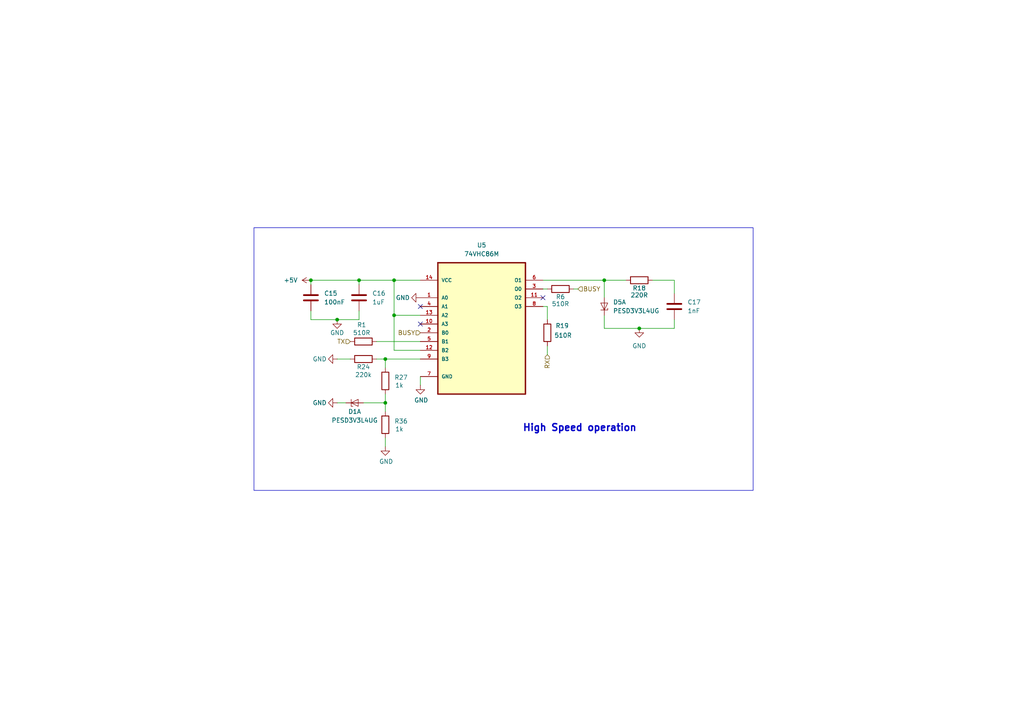
<source format=kicad_sch>
(kicad_sch (version 20231120) (generator "eeschema") (generator_version "8.0")
  (paper "A4")
  (lib_symbols
    (symbol "74VHC86M:74VHC86M" (pin_names (offset 1.016))
      (property "Reference" "U" (at -6.0803 17.605 0))
      (property "Value" "74VHC86M" (at -3.3301 -27.8868 0))
      (symbol "74VHC86M_0_0"
        (rectangle (start -12.7 -22.86) (end 12.7 15.24) (stroke (width 0.4064)) (fill (type background)))
        (pin input line (at -17.78 5.08 0) (length 5.08) (name "A0") (number "1"))
        (pin input line (at -17.78 -2.54 0) (length 5.08) (name "A3") (number "10"))
        (pin output line (at 17.78 5.08 180) (length 5.08) (name "O2") (number "11"))
        (pin input line (at -17.78 -10.16 0) (length 5.08) (name "B2") (number "12"))
        (pin input line (at -17.78 0 0) (length 5.08) (name "A2") (number "13"))
        (pin power_in line (at -17.78 10.16 0) (length 5.08) (name "VCC") (number "14"))
        (pin input line (at -17.78 -5.08 0) (length 5.08) (name "B0") (number "2"))
        (pin output line (at 17.78 7.62 180) (length 5.08) (name "O0") (number "3"))
        (pin input line (at -17.78 2.54 0) (length 5.08) (name "A1") (number "4"))
        (pin input line (at -17.78 -7.62 0) (length 5.08) (name "B1") (number "5"))
        (pin output line (at 17.78 10.16 180) (length 5.08) (name "O1") (number "6"))
        (pin passive line (at -17.78 -17.78 0) (length 5.08) (name "GND") (number "7"))
        (pin output line (at 17.78 2.54 180) (length 5.08) (name "O3") (number "8"))
        (pin input line (at -17.78 -12.7 0) (length 5.08) (name "B3") (number "9"))
      )
    )
    (symbol "Device:C" (pin_numbers hide) (pin_names (offset 0.254))
      (property "Reference" "C" (at 0.635 2.54 0))
      (property "Value" "C" (at 0.635 -2.54 0))
      (symbol "C_0_1"
        (polyline (pts (xy -2.032 -0.762) (xy 2.032 -0.762)) (stroke (width 0.508)))
        (polyline (pts (xy -2.032 0.762) (xy 2.032 0.762)) (stroke (width 0.508)))
      )
      (symbol "C_1_1"
        (pin passive line (at 0 3.81 270) (length 2.794) (name "~") (number "1"))
        (pin passive line (at 0 -3.81 90) (length 2.794) (name "~") (number "2"))
      )
    )
    (symbol "Device:R" (pin_numbers hide) (pin_names (offset 0))
      (property "Reference" "R" (at 2.032 0 90))
      (property "Value" "R" (at 0 0 90))
      (symbol "R_0_1"
        (rectangle (start -1.016 -2.54) (end 1.016 2.54) (stroke (width 0.254)))
      )
      (symbol "R_1_1"
        (pin passive line (at 0 3.81 270) (length 1.27) (name "~") (number "1"))
        (pin passive line (at 0 -3.81 90) (length 1.27) (name "~") (number "2"))
      )
    )
    (symbol "Power_Protection:PESD3V3L4UG" (pin_numbers hide) (pin_names hide)
      (property "Reference" "D" (at 0 2.54 0))
      (property "Value" "PESD3V3L4UG" (at 0 -2.54 0))
      (symbol "PESD3V3L4UG_0_1"
        (polyline (pts (xy -1.016 0) (xy 1.016 0)))
        (polyline (pts (xy -1.016 1.016) (xy -1.016 -1.016) (xy -0.508 -1.016)))
        (polyline (pts (xy 1.016 1.016) (xy -1.016 0) (xy 1.016 -1.016) (xy 1.016 1.016)))
      )
      (symbol "PESD3V3L4UG_1_1"
        (pin passive line (at -2.54 0 0) (length 2.54) (name "K1") (number "1"))
        (pin passive line (at 2.54 0 180) (length 2.54) (name "A") (number "2"))
      )
      (symbol "PESD3V3L4UG_2_1"
        (pin passive line (at -2.54 0 0) (length 2.54) (name "K2") (number "3"))
      )
      (symbol "PESD3V3L4UG_3_1"
        (pin passive line (at -2.54 0 0) (length 2.54) (name "K3") (number "4"))
      )
      (symbol "PESD3V3L4UG_4_1"
        (pin passive line (at -2.54 0 0) (length 2.54) (name "K4") (number "5"))
      )
    )
    (symbol "power:+5V" (power) (pin_numbers hide) (pin_names (offset 0) hide)
      (property "Value" "+5V" (at 0 3.556 0))
      (symbol "+5V_0_1"
        (polyline (pts (xy -0.762 1.27) (xy 0 2.54)))
        (polyline (pts (xy 0 0) (xy 0 2.54)))
        (polyline (pts (xy 0 2.54) (xy 0.762 1.27)))
      )
      (symbol "+5V_1_1"
        (pin power_in line (at 0 0 90) (length 0) (name "~") (number "1"))
      )
    )
    (symbol "power:GND" (power) (pin_numbers hide) (pin_names (offset 0) hide)
      (property "Value" "GND" (at 0 -3.81 0))
      (symbol "GND_0_1"
        (polyline (pts (xy 0 0) (xy 0 -1.27) (xy 1.27 -1.27) (xy 0 -2.54) (xy -1.27 -1.27) (xy 0 -1.27)))
      )
      (symbol "GND_1_1"
        (pin power_in line (at 0 0 270) (length 0) (name "~") (number "1"))
      )
    )
  )
  (junction (at 111.76 116.84))
  (junction (at 97.79 92.71))
  (junction (at 111.76 104.14))
  (junction (at 114.3 91.44))
  (junction (at 114.3 81.28))
  (junction (at 175.26 81.28))
  (junction (at 90.17 81.28))
  (junction (at 185.42 95.25))
  (junction (at 104.14 81.28))
  (no_connect (at 121.92 88.9))
  (no_connect (at 121.92 93.98))
  (no_connect (at 157.48 86.36))
  (wire (pts (xy 111.76 114.3) (xy 111.76 116.84)))
  (wire (pts (xy 195.58 81.28) (xy 189.23 81.28)))
  (wire (pts (xy 121.92 101.6) (xy 114.3 101.6)))
  (wire (pts (xy 158.75 88.9) (xy 158.75 92.71)))
  (wire (pts (xy 97.79 104.14) (xy 101.6 104.14)))
  (wire (pts (xy 195.58 95.25) (xy 185.42 95.25)))
  (wire (pts (xy 90.17 81.28) (xy 104.14 81.28)))
  (wire (pts (xy 158.75 83.82) (xy 157.48 83.82)))
  (wire (pts (xy 167.64 83.82) (xy 166.37 83.82)))
  (wire (pts (xy 109.22 104.14) (xy 111.76 104.14)))
  (wire (pts (xy 104.14 92.71) (xy 97.79 92.71)))
  (wire (pts (xy 114.3 91.44) (xy 121.92 91.44)))
  (wire (pts (xy 104.14 81.28) (xy 114.3 81.28)))
  (wire (pts (xy 175.26 95.25) (xy 185.42 95.25)))
  (wire (pts (xy 104.14 82.55) (xy 104.14 81.28)))
  (wire (pts (xy 195.58 92.71) (xy 195.58 95.25)))
  (wire (pts (xy 157.48 81.28) (xy 175.26 81.28)))
  (wire (pts (xy 90.17 82.55) (xy 90.17 81.28)))
  (wire (pts (xy 97.79 116.84) (xy 100.33 116.84)))
  (wire (pts (xy 90.17 90.17) (xy 90.17 92.71)))
  (wire (pts (xy 121.92 109.22) (xy 121.92 111.76)))
  (wire (pts (xy 175.26 81.28) (xy 175.26 86.36)))
  (wire (pts (xy 158.75 100.33) (xy 158.75 102.87)))
  (wire (pts (xy 175.26 91.44) (xy 175.26 95.25)))
  (wire (pts (xy 175.26 81.28) (xy 181.61 81.28)))
  (wire (pts (xy 111.76 104.14) (xy 111.76 106.68)))
  (wire (pts (xy 114.3 81.28) (xy 121.92 81.28)))
  (wire (pts (xy 111.76 127) (xy 111.76 129.54)))
  (wire (pts (xy 157.48 88.9) (xy 158.75 88.9)))
  (wire (pts (xy 111.76 116.84) (xy 111.76 119.38)))
  (wire (pts (xy 111.76 104.14) (xy 121.92 104.14)))
  (wire (pts (xy 105.41 116.84) (xy 111.76 116.84)))
  (wire (pts (xy 90.17 92.71) (xy 97.79 92.71)))
  (wire (pts (xy 114.3 91.44) (xy 114.3 81.28)))
  (wire (pts (xy 109.22 99.06) (xy 121.92 99.06)))
  (wire (pts (xy 114.3 101.6) (xy 114.3 91.44)))
  (wire (pts (xy 195.58 85.09) (xy 195.58 81.28)))
  (wire (pts (xy 104.14 90.17) (xy 104.14 92.71)))
  (rectangle (start 73.66 66.04) (end 218.44 142.24))
  (text "High Speed operation\n" (at 168.148 124.206 0) (effects (font (size 2 2) (thickness 0.4) (bold yes))))
  (hierarchical_label "RX" (shape input) (at 158.75 102.87 270))
  (hierarchical_label "BUSY" (shape input) (at 167.64 83.82 0))
  (hierarchical_label "BUSY" (shape input) (at 121.92 96.52 180))
  (hierarchical_label "TX" (shape input) (at 101.6 99.06 180))
  (symbol (lib_id "power:GND") (at 185.42 95.25 0) (unit 1)
    (property "Reference" "#PWR01" (effects (hide yes)))
    (property "Value" "GND" (at 185.42 100.33 0))
    (property "Description" "Power symbol creates a global label with name \"GND\" , ground" (effects (hide yes)))
  )
  (symbol (lib_id "Device:R") (at 162.56 83.82 270) (unit 1)
    (property "Reference" "R6" (at 162.56 86.106 90))
    (property "Value" "510R" (at 162.56 88.138 90))
    (property "Footprint" "Resistor_SMD:R_0603_1608Metric" (effects (hide yes)))
    (property "Description" "Resistor" (effects (hide yes)))
  )
  (symbol (lib_id "power:GND") (at 97.79 104.14 270) (unit 1)
    (property "Reference" "#PWR039" (effects (hide yes)))
    (property "Value" "GND" (at 92.71 104.14 90))
    (property "Description" "Power symbol creates a global label with name \"GND\" , ground" (effects (hide yes)))
  )
  (symbol (lib_id "Device:R") (at 105.41 104.14 270) (unit 1)
    (property "Reference" "R24" (at 105.41 106.426 90))
    (property "Value" "220k" (at 105.41 108.712 90))
    (property "Footprint" "Resistor_SMD:R_0603_1608Metric" (effects (hide yes)))
    (property "Description" "Resistor" (effects (hide yes)))
  )
  (symbol (lib_id "power:GND") (at 97.79 116.84 270) (unit 1)
    (property "Reference" "#PWR042" (effects (hide yes)))
    (property "Value" "GND" (at 92.71 116.84 90))
    (property "Description" "Power symbol creates a global label with name \"GND\" , ground" (effects (hide yes)))
  )
  (symbol (lib_id "74VHC86M:74VHC86M") (at 139.7 91.44 0) (unit 1)
    (property "Reference" "U5" (at 139.7 71.12 0))
    (property "Value" "74VHC86M" (at 139.7 73.66 0))
    (property "Footprint" "74VHC86M:SOIC127P600X175-14N" (effects (hide yes)))
    (property "MF" "ON" (effects (hide yes)))
    (property "Description_1" "\n74VHC Series 5 V High Speed CMOS Quad 2-Input Exclusive-OR Gate - SOIC-14\n" (effects (hide yes)))
    (property "PACKAGE" "SOIC-14" (effects (hide yes)))
    (property "MPN" "74VHC86M" (effects (hide yes)))
    (property "Price" "None" (effects (hide yes)))
    (property "Package" "SOIC-14 Fairchild Semiconductor" (effects (hide yes)))
    (property "OC_FARNELL" "1014111" (effects (hide yes)))
    (property "SnapEDA_Link" "https://www.snapeda.com/parts/74VHC86M/Onsemi/view-part/?ref=snap" (effects (hide yes)))
    (property "MP" "74VHC86M" (effects (hide yes)))
    (property "SUPPLIER" "Fairchild" (effects (hide yes)))
    (property "OC_NEWARK" "99K0681" (effects (hide yes)))
    (property "Availability" "In Stock" (effects (hide yes)))
    (property "Check_prices" "https://www.snapeda.com/parts/74VHC86M/Onsemi/view-part/?ref=eda" (effects (hide yes)))
  )
  (symbol (lib_id "power:GND") (at 121.92 111.76 0) (unit 1)
    (property "Reference" "#PWR038" (effects (hide yes)))
    (property "Value" "GND" (at 124.206 116.078 0) (effects (justify right)))
    (property "Description" "Power symbol creates a global label with name \"GND\" , ground" (effects (hide yes)))
  )
  (symbol (lib_id "Device:C") (at 90.17 86.36 0) (unit 1)
    (property "Reference" "C15" (at 93.98 85.0899 0) (effects (justify left)))
    (property "Value" "100nF" (at 93.98 87.6299 0) (effects (justify left)))
    (property "Footprint" "Capacitor_SMD:C_0603_1608Metric" (effects (hide yes)))
    (property "Description" "Unpolarized capacitor" (effects (hide yes)))
  )
  (symbol (lib_id "Device:C") (at 195.58 88.9 0) (unit 1)
    (property "Reference" "C17" (at 199.39 87.6299 0) (effects (justify left)))
    (property "Value" "1nF" (at 199.39 90.1699 0) (effects (justify left)))
    (property "Footprint" "Capacitor_SMD:C_0603_1608Metric" (effects (hide yes)))
    (property "Description" "Unpolarized capacitor" (effects (hide yes)))
  )
  (symbol (lib_id "Power_Protection:PESD3V3L4UG") (at 175.26 88.9 90) (unit 1)
    (property "Reference" "D5" (at 177.8 87.6299 90) (effects (justify right)))
    (property "Value" "PESD3V3L4UG" (at 177.8 90.1699 90) (effects (justify right)))
    (property "Footprint" "Diode_SMD:D_SOD-123F" (effects (hide yes)))
    (property "Datasheet" "https://assets.nexperia.com/documents/data-sheet/PESDXL4UF_G_W.pdf" (effects (hide yes)))
    (property "Description" "Low capacitance unidirectional quadruple ESD protection diode array, 3.3V, Common Anode, SOT-353" (effects (hide yes)))
  )
  (symbol (lib_id "Device:C") (at 104.14 86.36 0) (unit 1)
    (property "Reference" "C16" (at 107.95 85.0899 0) (effects (justify left)))
    (property "Value" "1uF" (at 107.95 87.6299 0) (effects (justify left)))
    (property "Footprint" "Capacitor_SMD:C_0603_1608Metric" (effects (hide yes)))
    (property "Description" "Unpolarized capacitor" (effects (hide yes)))
  )
  (symbol (lib_id "Power_Protection:PESD3V3L4UG") (at 102.87 116.84 0) (unit 1)
    (property "Reference" "D1" (at 102.87 119.38 0))
    (property "Value" "PESD3V3L4UG" (at 102.87 121.92 0))
    (property "Footprint" "Diode_SMD:D_SOD-123F" (effects (hide yes)))
    (property "Datasheet" "https://assets.nexperia.com/documents/data-sheet/PESDXL4UF_G_W.pdf" (effects (hide yes)))
    (property "Description" "Low capacitance unidirectional quadruple ESD protection diode array, 3.3V, Common Anode, SOT-353" (effects (hide yes)))
  )
  (symbol (lib_id "Device:R") (at 111.76 123.19 0) (unit 1)
    (property "Reference" "R36" (at 116.332 122.174 0))
    (property "Value" "1k" (at 115.824 124.46 0))
    (property "Footprint" "Resistor_SMD:R_0603_1608Metric" (effects (hide yes)))
    (property "Description" "Resistor" (effects (hide yes)))
  )
  (symbol (lib_id "Device:R") (at 105.41 99.06 270) (unit 1)
    (property "Reference" "R1" (at 104.902 94.234 90))
    (property "Value" "510R" (at 104.902 96.52 90))
    (property "Footprint" "Capacitor_SMD:C_0603_1608Metric" (effects (hide yes)))
    (property "Description" "Resistor" (effects (hide yes)))
  )
  (symbol (lib_id "power:GND") (at 111.76 129.54 0) (unit 1)
    (property "Reference" "#PWR040" (effects (hide yes)))
    (property "Value" "GND" (at 114.046 133.858 0) (effects (justify right)))
    (property "Description" "Power symbol creates a global label with name \"GND\" , ground" (effects (hide yes)))
  )
  (symbol (lib_id "Device:R") (at 185.42 81.28 270) (unit 1)
    (property "Reference" "R18" (at 185.42 83.566 90))
    (property "Value" "220R" (at 185.42 85.598 90))
    (property "Footprint" "Resistor_SMD:R_0603_1608Metric" (effects (hide yes)))
    (property "Description" "Resistor" (effects (hide yes)))
  )
  (symbol (lib_id "Device:R") (at 158.75 96.52 0) (unit 1)
    (property "Reference" "R19" (at 163.068 94.488 0))
    (property "Value" "510R" (at 163.322 97.282 0))
    (property "Footprint" "Resistor_SMD:R_0603_1608Metric" (effects (hide yes)))
    (property "Description" "Resistor" (effects (hide yes)))
  )
  (symbol (lib_id "power:GND") (at 97.79 92.71 0) (unit 1)
    (property "Reference" "#PWR027" (effects (hide yes)))
    (property "Value" "GND" (at 97.79 96.52 0))
    (property "Description" "Power symbol creates a global label with name \"GND\" , ground" (effects (hide yes)))
  )
  (symbol (lib_id "power:+5V") (at 90.17 81.28 90) (unit 1)
    (property "Reference" "#PWR029" (effects (hide yes)))
    (property "Value" "+5V" (at 86.36 81.2799 90) (effects (justify left)))
    (property "Description" "Power symbol creates a global label with name \"+5V\"" (effects (hide yes)))
  )
  (symbol (lib_id "power:GND") (at 121.92 86.36 270) (unit 1)
    (property "Reference" "#PWR037" (effects (hide yes)))
    (property "Value" "GND" (at 118.872 86.36 90) (effects (justify right)))
    (property "Description" "Power symbol creates a global label with name \"GND\" , ground" (effects (hide yes)))
  )
  (symbol (lib_id "Device:R") (at 111.76 110.49 0) (unit 1)
    (property "Reference" "R27" (at 116.332 109.474 0))
    (property "Value" "1k" (at 115.824 111.76 0))
    (property "Footprint" "Resistor_SMD:R_0603_1608Metric" (effects (hide yes)))
    (property "Description" "Resistor" (effects (hide yes)))
  )
)
</source>
